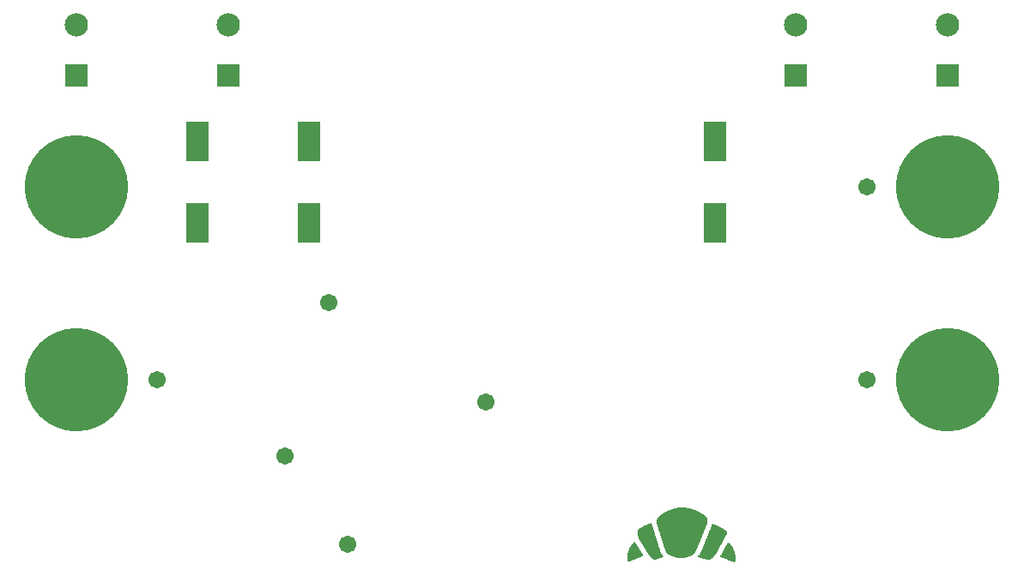
<source format=gbs>
G04*
G04 #@! TF.GenerationSoftware,Altium Limited,Altium Designer,21.3.2 (30)*
G04*
G04 Layer_Color=16711935*
%FSLAX25Y25*%
%MOIN*%
G70*
G04*
G04 #@! TF.SameCoordinates,58D38C34-9AFC-4311-94A1-E66397908E57*
G04*
G04*
G04 #@! TF.FilePolarity,Negative*
G04*
G01*
G75*
%ADD54C,0.06706*%
%ADD55R,0.09068X0.09068*%
%ADD56C,0.09068*%
%ADD57C,0.40170*%
%ADD70R,0.08674X0.15761*%
G36*
X263485Y30816D02*
X264567D01*
Y30726D01*
X265019D01*
Y30636D01*
X265560D01*
Y30545D01*
X265831D01*
Y30455D01*
X266282D01*
Y30365D01*
X266552D01*
Y30275D01*
X266913D01*
Y30185D01*
X267184D01*
Y30094D01*
X267455D01*
Y30004D01*
X267725D01*
Y29914D01*
X267906D01*
Y29824D01*
X268177D01*
Y29733D01*
X268447D01*
Y29643D01*
X268628D01*
Y29553D01*
X268808D01*
Y29463D01*
X268989D01*
Y29373D01*
X269169D01*
Y29282D01*
X269350D01*
Y29192D01*
X269530D01*
Y29102D01*
X269710D01*
Y29012D01*
X269891D01*
Y28921D01*
X270071D01*
Y28831D01*
X270162D01*
Y28741D01*
X270342D01*
Y28651D01*
X270522D01*
Y28560D01*
X270613D01*
Y28470D01*
X270793D01*
Y28380D01*
X270883D01*
Y28290D01*
X271064D01*
Y28199D01*
X271154D01*
Y28109D01*
X271244D01*
Y28019D01*
X271425D01*
Y27929D01*
X271515D01*
Y27839D01*
X271605D01*
Y27748D01*
X271695D01*
Y27658D01*
X271786D01*
Y27568D01*
X271876D01*
Y27478D01*
X271966D01*
Y27387D01*
X272056D01*
Y27297D01*
X272147D01*
Y27207D01*
X272237D01*
Y27117D01*
X272327D01*
Y27027D01*
Y26936D01*
X272417D01*
Y26846D01*
X272508D01*
Y26756D01*
Y26666D01*
X272598D01*
Y26575D01*
Y26485D01*
X272688D01*
Y26395D01*
Y26305D01*
Y26215D01*
X272778D01*
Y26124D01*
Y26034D01*
Y25944D01*
Y25854D01*
Y25763D01*
Y25673D01*
Y25583D01*
Y25493D01*
Y25403D01*
Y25312D01*
Y25222D01*
Y25132D01*
X272688D01*
Y25041D01*
Y24951D01*
Y24861D01*
X272598D01*
Y24771D01*
Y24681D01*
Y24590D01*
Y24500D01*
X272508D01*
Y24410D01*
Y24320D01*
Y24229D01*
X272417D01*
Y24139D01*
Y24049D01*
X272327D01*
Y23959D01*
Y23869D01*
Y23778D01*
X272237D01*
Y23688D01*
Y23598D01*
X272147D01*
Y23508D01*
Y23417D01*
Y23327D01*
X272056D01*
Y23237D01*
Y23147D01*
X271966D01*
Y23056D01*
Y22966D01*
Y22876D01*
X271876D01*
Y22786D01*
Y22696D01*
Y22605D01*
X271786D01*
Y22515D01*
Y22425D01*
X271695D01*
Y22335D01*
Y22244D01*
Y22154D01*
X271605D01*
Y22064D01*
Y21974D01*
X271515D01*
Y21884D01*
Y21793D01*
X271425D01*
Y21703D01*
Y21613D01*
Y21523D01*
X271335D01*
Y21432D01*
Y21342D01*
X271244D01*
Y21252D01*
Y21162D01*
Y21071D01*
X271154D01*
Y20981D01*
Y20891D01*
X271064D01*
Y20801D01*
Y20711D01*
Y20620D01*
X270974D01*
Y20530D01*
Y20440D01*
X270883D01*
Y20350D01*
Y20259D01*
Y20169D01*
X270793D01*
Y20079D01*
Y19989D01*
X270703D01*
Y19898D01*
Y19808D01*
Y19718D01*
X270613D01*
Y19628D01*
Y19538D01*
X270522D01*
Y19447D01*
Y19357D01*
X270432D01*
Y19267D01*
Y19177D01*
Y19086D01*
X270342D01*
Y18996D01*
Y18906D01*
Y18816D01*
X270252D01*
Y18726D01*
Y18635D01*
X270162D01*
Y18545D01*
Y18455D01*
Y18365D01*
X270071D01*
Y18274D01*
Y18184D01*
X269981D01*
Y18094D01*
Y18004D01*
Y17913D01*
X269891D01*
Y17823D01*
Y17733D01*
X269801D01*
Y17643D01*
Y17553D01*
Y17462D01*
X269710D01*
Y17372D01*
Y17282D01*
X269620D01*
Y17192D01*
Y17101D01*
Y17011D01*
X269530D01*
Y16921D01*
Y16831D01*
X269440D01*
Y16740D01*
Y16650D01*
X269350D01*
Y16560D01*
Y16470D01*
Y16380D01*
X269259D01*
Y16289D01*
Y16199D01*
Y16109D01*
X269169D01*
Y16019D01*
Y15928D01*
X269079D01*
Y15838D01*
Y15748D01*
Y15658D01*
X268989D01*
Y15568D01*
Y15477D01*
X268898D01*
Y15387D01*
Y15297D01*
X268808D01*
Y15207D01*
Y15116D01*
X268718D01*
Y15026D01*
Y14936D01*
Y14846D01*
X268628D01*
Y14755D01*
Y14665D01*
X268537D01*
Y14575D01*
Y14485D01*
X268447D01*
Y14395D01*
Y14304D01*
X268357D01*
Y14214D01*
Y14124D01*
X268267D01*
Y14034D01*
X268177D01*
Y13943D01*
Y13853D01*
X268086D01*
Y13763D01*
Y13673D01*
X267996D01*
Y13583D01*
X267906D01*
Y13492D01*
Y13402D01*
X267816D01*
Y13312D01*
X267725D01*
Y13222D01*
X267635D01*
Y13131D01*
X267545D01*
Y13041D01*
X267455D01*
Y12951D01*
X267365D01*
Y12861D01*
X267274D01*
Y12770D01*
X267184D01*
Y12680D01*
X267094D01*
Y12590D01*
X267004D01*
Y12500D01*
X266913D01*
Y12410D01*
X266733D01*
Y12319D01*
X266552D01*
Y12229D01*
X266462D01*
Y12139D01*
X266282D01*
Y12049D01*
X266101D01*
Y11958D01*
X265921D01*
Y11868D01*
X265650D01*
Y11778D01*
X265380D01*
Y11688D01*
X265199D01*
Y11597D01*
X264838D01*
Y11507D01*
X264477D01*
Y11417D01*
X263936D01*
Y11327D01*
X262763D01*
Y11237D01*
X262492D01*
Y11327D01*
X261229D01*
Y11417D01*
X260597D01*
Y11507D01*
X260327D01*
Y11597D01*
X259875D01*
Y11688D01*
X259605D01*
Y11778D01*
X259334D01*
Y11868D01*
X259064D01*
Y11958D01*
X258793D01*
Y12049D01*
X258612D01*
Y12139D01*
X258432D01*
Y12229D01*
X258251D01*
Y12319D01*
X258071D01*
Y12410D01*
X257891D01*
Y12500D01*
X257710D01*
Y12590D01*
X257620D01*
Y12680D01*
X257530D01*
Y12770D01*
X257349D01*
Y12861D01*
X257259D01*
Y12951D01*
X257169D01*
Y13041D01*
X257079D01*
Y13131D01*
X256988D01*
Y13222D01*
Y13312D01*
X256898D01*
Y13402D01*
X256808D01*
Y13492D01*
X256717D01*
Y13583D01*
Y13673D01*
X256627D01*
Y13763D01*
Y13853D01*
X256537D01*
Y13943D01*
Y14034D01*
X256447D01*
Y14124D01*
Y14214D01*
X256357D01*
Y14304D01*
Y14395D01*
X256266D01*
Y14485D01*
Y14575D01*
Y14665D01*
X256176D01*
Y14755D01*
Y14846D01*
X256086D01*
Y14936D01*
Y15026D01*
Y15116D01*
X255996D01*
Y15207D01*
Y15297D01*
Y15387D01*
Y15477D01*
X255906D01*
Y15568D01*
Y15658D01*
Y15748D01*
X255815D01*
Y15838D01*
Y15928D01*
Y16019D01*
X255725D01*
Y16109D01*
Y16199D01*
Y16289D01*
X255635D01*
Y16380D01*
Y16470D01*
Y16560D01*
X255545D01*
Y16650D01*
Y16740D01*
Y16831D01*
X255454D01*
Y16921D01*
Y17011D01*
Y17101D01*
Y17192D01*
X255364D01*
Y17282D01*
Y17372D01*
Y17462D01*
X255274D01*
Y17553D01*
Y17643D01*
Y17733D01*
X255184D01*
Y17823D01*
Y17913D01*
Y18004D01*
Y18094D01*
X255093D01*
Y18184D01*
Y18274D01*
Y18365D01*
X255003D01*
Y18455D01*
Y18545D01*
Y18635D01*
X254913D01*
Y18726D01*
Y18816D01*
Y18906D01*
X254823D01*
Y18996D01*
Y19086D01*
Y19177D01*
X254732D01*
Y19267D01*
Y19357D01*
Y19447D01*
X254642D01*
Y19538D01*
Y19628D01*
Y19718D01*
Y19808D01*
X254552D01*
Y19898D01*
Y19989D01*
Y20079D01*
X254462D01*
Y20169D01*
Y20259D01*
Y20350D01*
X254372D01*
Y20440D01*
Y20530D01*
Y20620D01*
X254281D01*
Y20711D01*
Y20801D01*
Y20891D01*
X254191D01*
Y20981D01*
Y21071D01*
Y21162D01*
X254101D01*
Y21252D01*
Y21342D01*
Y21432D01*
Y21523D01*
X254011D01*
Y21613D01*
Y21703D01*
Y21793D01*
X253921D01*
Y21884D01*
Y21974D01*
Y22064D01*
X253830D01*
Y22154D01*
Y22244D01*
Y22335D01*
X253740D01*
Y22425D01*
Y22515D01*
Y22605D01*
X253650D01*
Y22696D01*
Y22786D01*
Y22876D01*
X253560D01*
Y22966D01*
Y23056D01*
Y23147D01*
Y23237D01*
X253469D01*
Y23327D01*
Y23417D01*
Y23508D01*
X253379D01*
Y23598D01*
Y23688D01*
Y23778D01*
X253289D01*
Y23869D01*
Y23959D01*
Y24049D01*
X253199D01*
Y24139D01*
Y24229D01*
X253108D01*
Y24320D01*
Y24410D01*
Y24500D01*
Y24590D01*
X253018D01*
Y24681D01*
Y24771D01*
Y24861D01*
Y24951D01*
X252928D01*
Y25041D01*
Y25132D01*
Y25222D01*
Y25312D01*
Y25403D01*
Y25493D01*
Y25583D01*
Y25673D01*
Y25763D01*
X253018D01*
Y25854D01*
Y25944D01*
Y26034D01*
Y26124D01*
X253108D01*
Y26215D01*
Y26305D01*
X253199D01*
Y26395D01*
Y26485D01*
X253289D01*
Y26575D01*
X253379D01*
Y26666D01*
Y26756D01*
X253469D01*
Y26846D01*
X253560D01*
Y26936D01*
X253650D01*
Y27027D01*
Y27117D01*
X253740D01*
Y27207D01*
X253830D01*
Y27297D01*
X253921D01*
Y27387D01*
X254011D01*
Y27478D01*
X254101D01*
Y27568D01*
X254281D01*
Y27658D01*
X254372D01*
Y27748D01*
X254462D01*
Y27839D01*
X254552D01*
Y27929D01*
X254642D01*
Y28019D01*
X254823D01*
Y28109D01*
X254913D01*
Y28199D01*
X255003D01*
Y28290D01*
X255184D01*
Y28380D01*
X255274D01*
Y28470D01*
X255454D01*
Y28560D01*
X255545D01*
Y28651D01*
X255725D01*
Y28741D01*
X255815D01*
Y28831D01*
X255996D01*
Y28921D01*
X256176D01*
Y29012D01*
X256266D01*
Y29102D01*
X256447D01*
Y29192D01*
X256627D01*
Y29282D01*
X256808D01*
Y29373D01*
X256988D01*
Y29463D01*
X257169D01*
Y29553D01*
X257349D01*
Y29643D01*
X257530D01*
Y29733D01*
X257800D01*
Y29824D01*
X257981D01*
Y29914D01*
X258161D01*
Y30004D01*
X258432D01*
Y30094D01*
X258703D01*
Y30185D01*
X258973D01*
Y30275D01*
X259244D01*
Y30365D01*
X259515D01*
Y30455D01*
X259966D01*
Y30545D01*
X260237D01*
Y30636D01*
X260778D01*
Y30726D01*
X261139D01*
Y30816D01*
X262222D01*
Y30906D01*
X263485D01*
Y30816D01*
D02*
G37*
G36*
X251033Y24861D02*
Y24771D01*
Y24681D01*
X251123D01*
Y24590D01*
Y24500D01*
Y24410D01*
Y24320D01*
X251214D01*
Y24229D01*
Y24139D01*
Y24049D01*
Y23959D01*
X251304D01*
Y23869D01*
Y23778D01*
Y23688D01*
X251394D01*
Y23598D01*
Y23508D01*
Y23417D01*
X251484D01*
Y23327D01*
Y23237D01*
Y23147D01*
X251574D01*
Y23056D01*
Y22966D01*
Y22876D01*
X251665D01*
Y22786D01*
Y22696D01*
Y22605D01*
X251755D01*
Y22515D01*
Y22425D01*
Y22335D01*
X251845D01*
Y22244D01*
Y22154D01*
Y22064D01*
Y21974D01*
X251935D01*
Y21884D01*
Y21793D01*
Y21703D01*
X252026D01*
Y21613D01*
Y21523D01*
Y21432D01*
X252116D01*
Y21342D01*
Y21252D01*
Y21162D01*
X252206D01*
Y21071D01*
Y20981D01*
Y20891D01*
X252296D01*
Y20801D01*
Y20711D01*
Y20620D01*
Y20530D01*
X252387D01*
Y20440D01*
Y20350D01*
X252477D01*
Y20259D01*
Y20169D01*
Y20079D01*
Y19989D01*
X252567D01*
Y19898D01*
Y19808D01*
Y19718D01*
X252657D01*
Y19628D01*
Y19538D01*
Y19447D01*
X252748D01*
Y19357D01*
Y19267D01*
Y19177D01*
Y19086D01*
X252838D01*
Y18996D01*
Y18906D01*
X252928D01*
Y18816D01*
Y18726D01*
Y18635D01*
Y18545D01*
X253018D01*
Y18455D01*
Y18365D01*
Y18274D01*
X253108D01*
Y18184D01*
Y18094D01*
Y18004D01*
X253199D01*
Y17913D01*
Y17823D01*
Y17733D01*
Y17643D01*
X253289D01*
Y17553D01*
Y17462D01*
X253379D01*
Y17372D01*
Y17282D01*
Y17192D01*
Y17101D01*
X253469D01*
Y17011D01*
Y16921D01*
X253560D01*
Y16831D01*
Y16740D01*
Y16650D01*
Y16560D01*
X253650D01*
Y16470D01*
Y16380D01*
Y16289D01*
X253740D01*
Y16199D01*
Y16109D01*
Y16019D01*
X253830D01*
Y15928D01*
Y15838D01*
Y15748D01*
Y15658D01*
X253921D01*
Y15568D01*
Y15477D01*
X254011D01*
Y15387D01*
Y15297D01*
Y15207D01*
Y15116D01*
X254101D01*
Y15026D01*
Y14936D01*
Y14846D01*
X254191D01*
Y14755D01*
Y14665D01*
Y14575D01*
X254281D01*
Y14485D01*
Y14395D01*
Y14304D01*
X254372D01*
Y14214D01*
Y14124D01*
Y14034D01*
X254462D01*
Y13943D01*
Y13853D01*
Y13763D01*
X254552D01*
Y13673D01*
Y13583D01*
X254642D01*
Y13492D01*
Y13402D01*
X254732D01*
Y13312D01*
Y13222D01*
X254823D01*
Y13131D01*
Y13041D01*
X254913D01*
Y12951D01*
Y12861D01*
X255003D01*
Y12770D01*
Y12680D01*
X255093D01*
Y12590D01*
Y12500D01*
X255184D01*
Y12410D01*
X255274D01*
Y12319D01*
X255364D01*
Y12229D01*
Y12139D01*
X255454D01*
Y12049D01*
X255545D01*
Y11958D01*
X255635D01*
Y11868D01*
X255725D01*
Y11778D01*
X255545D01*
Y11688D01*
X255364D01*
Y11597D01*
X255093D01*
Y11507D01*
X254913D01*
Y11417D01*
X254732D01*
Y11327D01*
X254462D01*
Y11237D01*
X254281D01*
Y11146D01*
X254011D01*
Y11056D01*
X253830D01*
Y10966D01*
X253560D01*
Y10876D01*
X253289D01*
Y10785D01*
X252928D01*
Y10695D01*
X251755D01*
Y10785D01*
X251574D01*
Y10876D01*
X251394D01*
Y10966D01*
X251304D01*
Y11056D01*
X251214D01*
Y11146D01*
X251033D01*
Y11237D01*
X250943D01*
Y11327D01*
X250853D01*
Y11417D01*
X250763D01*
Y11507D01*
X250672D01*
Y11597D01*
Y11688D01*
X250582D01*
Y11778D01*
X250492D01*
Y11868D01*
X250402D01*
Y11958D01*
X250311D01*
Y12049D01*
Y12139D01*
X250221D01*
Y12229D01*
X250131D01*
Y12319D01*
X250041D01*
Y12410D01*
Y12500D01*
X249950D01*
Y12590D01*
X249860D01*
Y12680D01*
Y12770D01*
X249770D01*
Y12861D01*
X249680D01*
Y12951D01*
Y13041D01*
X249589D01*
Y13131D01*
X249499D01*
Y13222D01*
Y13312D01*
X249409D01*
Y13402D01*
X249319D01*
Y13492D01*
Y13583D01*
X249229D01*
Y13673D01*
X249138D01*
Y13763D01*
Y13853D01*
X249048D01*
Y13943D01*
X248958D01*
Y14034D01*
Y14124D01*
X248868D01*
Y14214D01*
X248778D01*
Y14304D01*
Y14395D01*
X248687D01*
Y14485D01*
Y14575D01*
X248597D01*
Y14665D01*
X248507D01*
Y14755D01*
Y14846D01*
X248416D01*
Y14936D01*
X248326D01*
Y15026D01*
Y15116D01*
X248236D01*
Y15207D01*
Y15297D01*
X248146D01*
Y15387D01*
X248056D01*
Y15477D01*
Y15568D01*
X247965D01*
Y15658D01*
Y15748D01*
X247875D01*
Y15838D01*
X247785D01*
Y15928D01*
Y16019D01*
X247695D01*
Y16109D01*
X247604D01*
Y16199D01*
Y16289D01*
X247514D01*
Y16380D01*
Y16470D01*
X247424D01*
Y16560D01*
X247334D01*
Y16650D01*
Y16740D01*
X247244D01*
Y16831D01*
Y16921D01*
X247153D01*
Y17011D01*
X247063D01*
Y17101D01*
Y17192D01*
X246973D01*
Y17282D01*
Y17372D01*
X246883D01*
Y17462D01*
X246792D01*
Y17553D01*
Y17643D01*
X246702D01*
Y17733D01*
X246612D01*
Y17823D01*
Y17913D01*
X246522D01*
Y18004D01*
Y18094D01*
X246431D01*
Y18184D01*
Y18274D01*
X246341D01*
Y18365D01*
Y18455D01*
X246251D01*
Y18545D01*
Y18635D01*
X246161D01*
Y18726D01*
Y18816D01*
Y18906D01*
X246071D01*
Y18996D01*
Y19086D01*
X245980D01*
Y19177D01*
Y19267D01*
X245890D01*
Y19357D01*
Y19447D01*
Y19538D01*
X245800D01*
Y19628D01*
Y19718D01*
Y19808D01*
X245710D01*
Y19898D01*
Y19989D01*
X245620D01*
Y20079D01*
Y20169D01*
Y20259D01*
Y20350D01*
X245529D01*
Y20440D01*
Y20530D01*
Y20620D01*
Y20711D01*
Y20801D01*
Y20891D01*
Y20981D01*
Y21071D01*
Y21162D01*
Y21252D01*
Y21342D01*
Y21432D01*
Y21523D01*
Y21613D01*
X245620D01*
Y21703D01*
Y21793D01*
X245710D01*
Y21884D01*
Y21974D01*
X245800D01*
Y22064D01*
Y22154D01*
X245890D01*
Y22244D01*
X245980D01*
Y22335D01*
X246071D01*
Y22425D01*
X246161D01*
Y22515D01*
X246251D01*
Y22605D01*
X246341D01*
Y22696D01*
X246431D01*
Y22786D01*
X246612D01*
Y22876D01*
X246702D01*
Y22966D01*
X246792D01*
Y23056D01*
X246973D01*
Y23147D01*
X247153D01*
Y23237D01*
X247244D01*
Y23327D01*
X247424D01*
Y23417D01*
X247604D01*
Y23508D01*
X247785D01*
Y23598D01*
X247965D01*
Y23688D01*
X248056D01*
Y23778D01*
X248326D01*
Y23869D01*
X248507D01*
Y23959D01*
X248687D01*
Y24049D01*
X248868D01*
Y24139D01*
X249048D01*
Y24229D01*
X249319D01*
Y24320D01*
X249499D01*
Y24410D01*
X249770D01*
Y24500D01*
X249950D01*
Y24590D01*
X250221D01*
Y24681D01*
X250402D01*
Y24771D01*
X250672D01*
Y24861D01*
X250943D01*
Y24951D01*
X251033D01*
Y24861D01*
D02*
G37*
G36*
X274853Y24500D02*
X275034D01*
Y24410D01*
X275305D01*
Y24320D01*
X275485D01*
Y24229D01*
X275665D01*
Y24139D01*
X275936D01*
Y24049D01*
X276117D01*
Y23959D01*
X276387D01*
Y23869D01*
X276478D01*
Y23778D01*
X276748D01*
Y23688D01*
X276929D01*
Y23598D01*
X277109D01*
Y23508D01*
X277290D01*
Y23417D01*
X277470D01*
Y23327D01*
X277741D01*
Y23237D01*
X277831D01*
Y23147D01*
X278011D01*
Y23056D01*
X278192D01*
Y22966D01*
X278372D01*
Y22876D01*
X278553D01*
Y22786D01*
X278643D01*
Y22696D01*
X278823D01*
Y22605D01*
X279004D01*
Y22515D01*
X279094D01*
Y22425D01*
X279275D01*
Y22335D01*
X279365D01*
Y22244D01*
X279545D01*
Y22154D01*
X279636D01*
Y22064D01*
X279726D01*
Y21974D01*
X279816D01*
Y21884D01*
X279906D01*
Y21793D01*
X279996D01*
Y21703D01*
X280087D01*
Y21613D01*
Y21523D01*
X280177D01*
Y21432D01*
Y21342D01*
X280267D01*
Y21252D01*
Y21162D01*
Y21071D01*
Y20981D01*
Y20891D01*
Y20801D01*
Y20711D01*
Y20620D01*
X280177D01*
Y20530D01*
Y20440D01*
X280087D01*
Y20350D01*
Y20259D01*
Y20169D01*
X279996D01*
Y20079D01*
Y19989D01*
X279906D01*
Y19898D01*
Y19808D01*
X279816D01*
Y19718D01*
Y19628D01*
X279726D01*
Y19538D01*
Y19447D01*
X279636D01*
Y19357D01*
Y19267D01*
X279545D01*
Y19177D01*
X279455D01*
Y19086D01*
Y18996D01*
X279365D01*
Y18906D01*
Y18816D01*
X279275D01*
Y18726D01*
Y18635D01*
X279184D01*
Y18545D01*
Y18455D01*
X279094D01*
Y18365D01*
X279004D01*
Y18274D01*
Y18184D01*
X278914D01*
Y18094D01*
Y18004D01*
X278823D01*
Y17913D01*
Y17823D01*
X278733D01*
Y17733D01*
Y17643D01*
X278643D01*
Y17553D01*
Y17462D01*
X278553D01*
Y17372D01*
Y17282D01*
X278463D01*
Y17192D01*
X278372D01*
Y17101D01*
Y17011D01*
X278282D01*
Y16921D01*
Y16831D01*
X278192D01*
Y16740D01*
Y16650D01*
X278102D01*
Y16560D01*
Y16470D01*
X278011D01*
Y16380D01*
X277921D01*
Y16289D01*
Y16199D01*
X277831D01*
Y16109D01*
Y16019D01*
X277741D01*
Y15928D01*
Y15838D01*
X277650D01*
Y15748D01*
Y15658D01*
X277560D01*
Y15568D01*
X277470D01*
Y15477D01*
Y15387D01*
X277380D01*
Y15297D01*
Y15207D01*
X277290D01*
Y15116D01*
Y15026D01*
X277199D01*
Y14936D01*
Y14846D01*
X277109D01*
Y14755D01*
Y14665D01*
X277019D01*
Y14575D01*
Y14485D01*
X276929D01*
Y14395D01*
X276838D01*
Y14304D01*
Y14214D01*
X276748D01*
Y14124D01*
Y14034D01*
X276658D01*
Y13943D01*
Y13853D01*
X276568D01*
Y13763D01*
Y13673D01*
X276478D01*
Y13583D01*
X276387D01*
Y13492D01*
Y13402D01*
X276297D01*
Y13312D01*
Y13222D01*
X276207D01*
Y13131D01*
Y13041D01*
X276117D01*
Y12951D01*
Y12861D01*
X276026D01*
Y12770D01*
X275936D01*
Y12680D01*
X275846D01*
Y12590D01*
Y12500D01*
X275756D01*
Y12410D01*
X275665D01*
Y12319D01*
X275575D01*
Y12229D01*
X275485D01*
Y12139D01*
Y12049D01*
X275395D01*
Y11958D01*
X275305D01*
Y11868D01*
X275214D01*
Y11778D01*
X275124D01*
Y11688D01*
X275034D01*
Y11597D01*
X274944D01*
Y11507D01*
X274853D01*
Y11417D01*
X274763D01*
Y11327D01*
X274673D01*
Y11237D01*
X274583D01*
Y11146D01*
X274493D01*
Y11056D01*
X274312D01*
Y10966D01*
X274222D01*
Y10876D01*
X274041D01*
Y10785D01*
X273861D01*
Y10695D01*
X273590D01*
Y10605D01*
X272327D01*
Y10695D01*
X271876D01*
Y10785D01*
X271515D01*
Y10876D01*
X271244D01*
Y10966D01*
X270883D01*
Y11056D01*
X270703D01*
Y11146D01*
X270432D01*
Y11237D01*
X270162D01*
Y11327D01*
X269981D01*
Y11417D01*
X269710D01*
Y11507D01*
X269530D01*
Y11597D01*
X269259D01*
Y11688D01*
X269079D01*
Y11778D01*
X268989D01*
Y11868D01*
X269079D01*
Y11958D01*
X269169D01*
Y12049D01*
Y12139D01*
X269259D01*
Y12229D01*
X269350D01*
Y12319D01*
X269440D01*
Y12410D01*
X269530D01*
Y12500D01*
Y12590D01*
X269620D01*
Y12680D01*
X269710D01*
Y12770D01*
Y12861D01*
X269801D01*
Y12951D01*
X269891D01*
Y13041D01*
Y13131D01*
X269981D01*
Y13222D01*
Y13312D01*
X270071D01*
Y13402D01*
Y13492D01*
X270162D01*
Y13583D01*
Y13673D01*
X270252D01*
Y13763D01*
Y13853D01*
X270342D01*
Y13943D01*
Y14034D01*
X270432D01*
Y14124D01*
Y14214D01*
X270522D01*
Y14304D01*
Y14395D01*
X270613D01*
Y14485D01*
Y14575D01*
Y14665D01*
X270703D01*
Y14755D01*
Y14846D01*
X270793D01*
Y14936D01*
Y15026D01*
X270883D01*
Y15116D01*
Y15207D01*
Y15297D01*
X270974D01*
Y15387D01*
Y15477D01*
X271064D01*
Y15568D01*
Y15658D01*
Y15748D01*
X271154D01*
Y15838D01*
Y15928D01*
X271244D01*
Y16019D01*
Y16109D01*
Y16199D01*
X271335D01*
Y16289D01*
Y16380D01*
X271425D01*
Y16470D01*
Y16560D01*
Y16650D01*
X271515D01*
Y16740D01*
Y16831D01*
X271605D01*
Y16921D01*
Y17011D01*
Y17101D01*
X271695D01*
Y17192D01*
Y17282D01*
X271786D01*
Y17372D01*
Y17462D01*
Y17553D01*
X271876D01*
Y17643D01*
Y17733D01*
X271966D01*
Y17823D01*
Y17913D01*
Y18004D01*
X272056D01*
Y18094D01*
Y18184D01*
X272147D01*
Y18274D01*
Y18365D01*
Y18455D01*
X272237D01*
Y18545D01*
Y18635D01*
X272327D01*
Y18726D01*
Y18816D01*
Y18906D01*
X272417D01*
Y18996D01*
Y19086D01*
X272508D01*
Y19177D01*
Y19267D01*
Y19357D01*
X272598D01*
Y19447D01*
Y19538D01*
X272688D01*
Y19628D01*
Y19718D01*
X272778D01*
Y19808D01*
Y19898D01*
Y19989D01*
X272868D01*
Y20079D01*
Y20169D01*
Y20259D01*
X272959D01*
Y20350D01*
Y20440D01*
X273049D01*
Y20530D01*
Y20620D01*
X273139D01*
Y20711D01*
Y20801D01*
Y20891D01*
X273229D01*
Y20981D01*
Y21071D01*
X273320D01*
Y21162D01*
Y21252D01*
Y21342D01*
X273410D01*
Y21432D01*
Y21523D01*
X273500D01*
Y21613D01*
Y21703D01*
Y21793D01*
X273590D01*
Y21884D01*
Y21974D01*
X273680D01*
Y22064D01*
Y22154D01*
Y22244D01*
X273771D01*
Y22335D01*
Y22425D01*
X273861D01*
Y22515D01*
Y22605D01*
Y22696D01*
X273951D01*
Y22786D01*
Y22876D01*
X274041D01*
Y22966D01*
Y23056D01*
Y23147D01*
X274132D01*
Y23237D01*
Y23327D01*
X274222D01*
Y23417D01*
Y23508D01*
Y23598D01*
X274312D01*
Y23688D01*
Y23778D01*
Y23869D01*
X274402D01*
Y23959D01*
Y24049D01*
Y24139D01*
X274493D01*
Y24229D01*
Y24320D01*
Y24410D01*
X274583D01*
Y24500D01*
Y24590D01*
X274853D01*
Y24500D01*
D02*
G37*
G36*
X244627Y17553D02*
Y17462D01*
X244717D01*
Y17372D01*
Y17282D01*
X244807D01*
Y17192D01*
Y17101D01*
X244898D01*
Y17011D01*
Y16921D01*
X244988D01*
Y16831D01*
Y16740D01*
X245078D01*
Y16650D01*
X245168D01*
Y16560D01*
Y16470D01*
X245259D01*
Y16380D01*
X245349D01*
Y16289D01*
Y16199D01*
X245439D01*
Y16109D01*
Y16019D01*
X245529D01*
Y15928D01*
X245620D01*
Y15838D01*
Y15748D01*
X245710D01*
Y15658D01*
Y15568D01*
X245800D01*
Y15477D01*
X245890D01*
Y15387D01*
Y15297D01*
X245980D01*
Y15207D01*
Y15116D01*
X246071D01*
Y15026D01*
X246161D01*
Y14936D01*
Y14846D01*
X246251D01*
Y14755D01*
Y14665D01*
X246341D01*
Y14575D01*
X246431D01*
Y14485D01*
Y14395D01*
X246522D01*
Y14304D01*
X246612D01*
Y14214D01*
Y14124D01*
X246702D01*
Y14034D01*
Y13943D01*
X246792D01*
Y13853D01*
X246883D01*
Y13763D01*
Y13673D01*
X246973D01*
Y13583D01*
X247063D01*
Y13492D01*
Y13402D01*
X247153D01*
Y13312D01*
Y13222D01*
X247244D01*
Y13131D01*
X247334D01*
Y13041D01*
Y12951D01*
X247424D01*
Y12861D01*
X247514D01*
Y12770D01*
Y12680D01*
X247604D01*
Y12590D01*
X247695D01*
Y12500D01*
Y12410D01*
X247785D01*
Y12319D01*
X247875D01*
Y12229D01*
Y12139D01*
X247785D01*
Y12049D01*
X247514D01*
Y11958D01*
X247334D01*
Y11868D01*
X247063D01*
Y11778D01*
X246883D01*
Y11688D01*
X246702D01*
Y11597D01*
X246431D01*
Y11507D01*
X246251D01*
Y11417D01*
X245980D01*
Y11327D01*
X245800D01*
Y11237D01*
X245529D01*
Y11146D01*
X245349D01*
Y11056D01*
X245168D01*
Y10966D01*
X244898D01*
Y10876D01*
X244717D01*
Y10785D01*
X244537D01*
Y10695D01*
X244266D01*
Y10605D01*
X244086D01*
Y10515D01*
X243815D01*
Y10425D01*
X243635D01*
Y10334D01*
X243364D01*
Y10244D01*
X243183D01*
Y10154D01*
X242913D01*
Y10064D01*
X242642D01*
Y9973D01*
X242371D01*
Y9883D01*
X241740D01*
Y9973D01*
Y10064D01*
Y10154D01*
X241649D01*
Y10244D01*
Y10334D01*
Y10425D01*
Y10515D01*
Y10605D01*
Y10695D01*
Y10785D01*
Y10876D01*
X241559D01*
Y10966D01*
Y11056D01*
Y11146D01*
Y11237D01*
Y11327D01*
Y11417D01*
Y11507D01*
Y11597D01*
Y11688D01*
Y11778D01*
X241649D01*
Y11868D01*
Y11958D01*
Y12049D01*
Y12139D01*
Y12229D01*
Y12319D01*
Y12410D01*
Y12500D01*
Y12590D01*
X241740D01*
Y12680D01*
Y12770D01*
Y12861D01*
Y12951D01*
Y13041D01*
X241830D01*
Y13131D01*
Y13222D01*
Y13312D01*
Y13402D01*
X241920D01*
Y13492D01*
Y13583D01*
Y13673D01*
Y13763D01*
X242010D01*
Y13853D01*
Y13943D01*
Y14034D01*
X242101D01*
Y14124D01*
Y14214D01*
Y14304D01*
X242191D01*
Y14395D01*
Y14485D01*
X242281D01*
Y14575D01*
Y14665D01*
Y14755D01*
X242371D01*
Y14846D01*
Y14936D01*
X242461D01*
Y15026D01*
Y15116D01*
X242552D01*
Y15207D01*
Y15297D01*
X242642D01*
Y15387D01*
X242732D01*
Y15477D01*
Y15568D01*
X242822D01*
Y15658D01*
Y15748D01*
X242913D01*
Y15838D01*
X243003D01*
Y15928D01*
Y16019D01*
X243093D01*
Y16109D01*
X243183D01*
Y16199D01*
Y16289D01*
X243273D01*
Y16380D01*
X243364D01*
Y16470D01*
X243454D01*
Y16560D01*
X243544D01*
Y16650D01*
Y16740D01*
X243635D01*
Y16831D01*
X243725D01*
Y16921D01*
X243815D01*
Y17011D01*
X243905D01*
Y17101D01*
X243995D01*
Y17192D01*
X244086D01*
Y17282D01*
X244176D01*
Y17372D01*
X244266D01*
Y17462D01*
X244446D01*
Y17553D01*
X244537D01*
Y17643D01*
X244627D01*
Y17553D01*
D02*
G37*
G36*
X280808Y17372D02*
X280899D01*
Y17282D01*
X281079D01*
Y17192D01*
Y17101D01*
X281260D01*
Y17011D01*
X281350D01*
Y16921D01*
X281440D01*
Y16831D01*
X281530D01*
Y16740D01*
Y16650D01*
X281621D01*
Y16560D01*
X281711D01*
Y16470D01*
X281801D01*
Y16380D01*
X281891D01*
Y16289D01*
X281981D01*
Y16199D01*
Y16109D01*
X282072D01*
Y16019D01*
X282162D01*
Y15928D01*
X282252D01*
Y15838D01*
Y15748D01*
X282342D01*
Y15658D01*
X282433D01*
Y15568D01*
Y15477D01*
X282523D01*
Y15387D01*
Y15297D01*
X282613D01*
Y15207D01*
Y15116D01*
X282703D01*
Y15026D01*
Y14936D01*
X282793D01*
Y14846D01*
Y14755D01*
X282884D01*
Y14665D01*
Y14575D01*
X282974D01*
Y14485D01*
Y14395D01*
X283064D01*
Y14304D01*
Y14214D01*
Y14124D01*
X283154D01*
Y14034D01*
Y13943D01*
Y13853D01*
X283245D01*
Y13763D01*
Y13673D01*
Y13583D01*
X283335D01*
Y13492D01*
Y13402D01*
Y13312D01*
Y13222D01*
Y13131D01*
X283425D01*
Y13041D01*
Y12951D01*
Y12861D01*
Y12770D01*
X283515D01*
Y12680D01*
Y12590D01*
Y12500D01*
Y12410D01*
Y12319D01*
Y12229D01*
Y12139D01*
Y12049D01*
Y11958D01*
X283606D01*
Y11868D01*
Y11778D01*
Y11688D01*
Y11597D01*
Y11507D01*
Y11417D01*
Y11327D01*
Y11237D01*
Y11146D01*
Y11056D01*
Y10966D01*
Y10876D01*
Y10785D01*
Y10695D01*
X283515D01*
Y10605D01*
Y10515D01*
Y10425D01*
Y10334D01*
Y10244D01*
Y10154D01*
Y10064D01*
X283425D01*
Y9973D01*
Y9883D01*
Y9793D01*
X283335D01*
Y9703D01*
Y9612D01*
X283064D01*
Y9703D01*
X282703D01*
Y9793D01*
X282433D01*
Y9883D01*
X282162D01*
Y9973D01*
X281891D01*
Y10064D01*
X281711D01*
Y10154D01*
X281440D01*
Y10244D01*
X281260D01*
Y10334D01*
X280989D01*
Y10425D01*
X280808D01*
Y10515D01*
X280628D01*
Y10605D01*
X280357D01*
Y10695D01*
X280177D01*
Y10785D01*
X279996D01*
Y10876D01*
X279726D01*
Y10966D01*
X279545D01*
Y11056D01*
X279365D01*
Y11146D01*
X279094D01*
Y11237D01*
X278914D01*
Y11327D01*
X278643D01*
Y11417D01*
X278463D01*
Y11507D01*
X278282D01*
Y11597D01*
X278011D01*
Y11688D01*
X277831D01*
Y11778D01*
X277650D01*
Y11868D01*
X277741D01*
Y11958D01*
Y12049D01*
X277831D01*
Y12139D01*
Y12229D01*
X277921D01*
Y12319D01*
Y12410D01*
X278011D01*
Y12500D01*
X278102D01*
Y12590D01*
Y12680D01*
X278192D01*
Y12770D01*
Y12861D01*
X278282D01*
Y12951D01*
Y13041D01*
X278372D01*
Y13131D01*
Y13222D01*
X278463D01*
Y13312D01*
X278553D01*
Y13402D01*
Y13492D01*
X278643D01*
Y13583D01*
Y13673D01*
X278733D01*
Y13763D01*
Y13853D01*
X278823D01*
Y13943D01*
Y14034D01*
X278914D01*
Y14124D01*
Y14214D01*
X279004D01*
Y14304D01*
X279094D01*
Y14395D01*
Y14485D01*
X279184D01*
Y14575D01*
Y14665D01*
X279275D01*
Y14755D01*
Y14846D01*
X279365D01*
Y14936D01*
Y15026D01*
X279455D01*
Y15116D01*
Y15207D01*
X279545D01*
Y15297D01*
X279636D01*
Y15387D01*
Y15477D01*
X279726D01*
Y15568D01*
Y15658D01*
X279816D01*
Y15748D01*
Y15838D01*
X279906D01*
Y15928D01*
Y16019D01*
X279996D01*
Y16109D01*
X280087D01*
Y16199D01*
Y16289D01*
X280177D01*
Y16380D01*
Y16470D01*
X280267D01*
Y16560D01*
Y16650D01*
X280357D01*
Y16740D01*
Y16831D01*
X280448D01*
Y16921D01*
Y17011D01*
X280538D01*
Y17101D01*
X280628D01*
Y17192D01*
Y17282D01*
X280718D01*
Y17372D01*
Y17462D01*
X280808D01*
Y17372D01*
D02*
G37*
D54*
X186614Y72047D02*
D03*
X108661Y50984D02*
D03*
X133071Y16535D02*
D03*
X334646Y155630D02*
D03*
X125591Y110630D02*
D03*
X334646Y80575D02*
D03*
X59055Y80590D02*
D03*
D55*
X366094Y198819D02*
D03*
X307039D02*
D03*
X27512D02*
D03*
X86567D02*
D03*
D56*
X366094Y218504D02*
D03*
X307039D02*
D03*
X27512D02*
D03*
X86567D02*
D03*
D57*
X366142Y155630D02*
D03*
X27559D02*
D03*
X366142Y80590D02*
D03*
X27559D02*
D03*
D70*
X275590Y141535D02*
D03*
Y173425D02*
D03*
X118110Y141535D02*
D03*
Y173425D02*
D03*
X74803Y141535D02*
D03*
Y173425D02*
D03*
M02*

</source>
